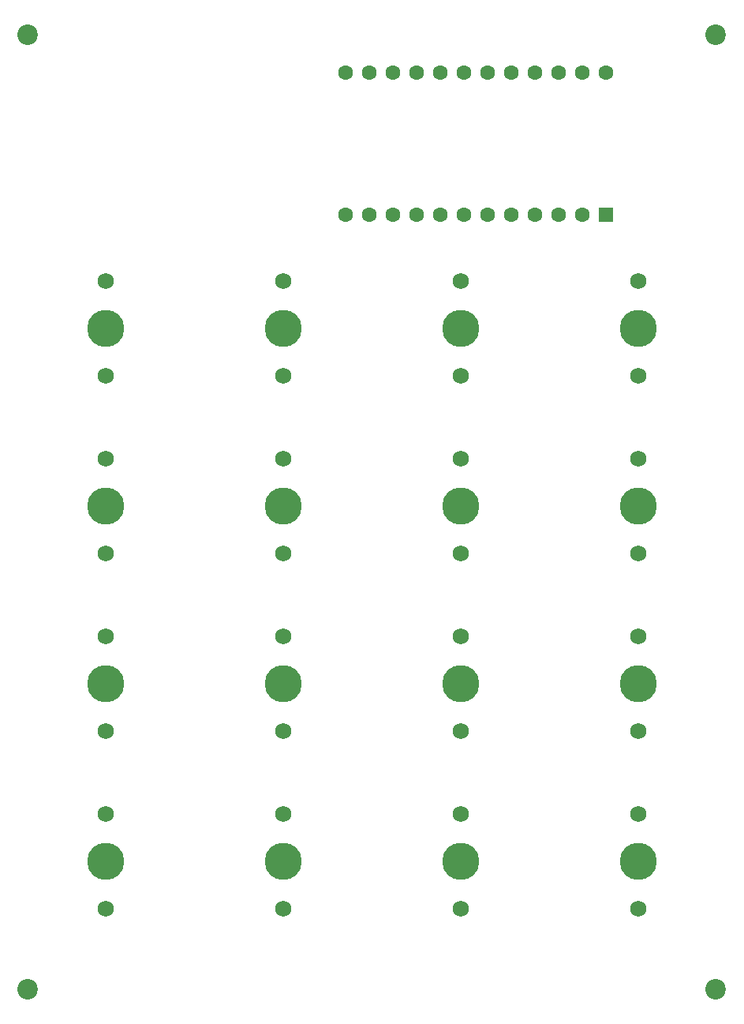
<source format=gbr>
%TF.GenerationSoftware,KiCad,Pcbnew,(5.1.10)-1*%
%TF.CreationDate,2021-05-19T15:55:05-05:00*%
%TF.ProjectId,smol-keypad,736d6f6c-2d6b-4657-9970-61642e6b6963,rev?*%
%TF.SameCoordinates,Original*%
%TF.FileFunction,Soldermask,Top*%
%TF.FilePolarity,Negative*%
%FSLAX46Y46*%
G04 Gerber Fmt 4.6, Leading zero omitted, Abs format (unit mm)*
G04 Created by KiCad (PCBNEW (5.1.10)-1) date 2021-05-19 15:55:05*
%MOMM*%
%LPD*%
G01*
G04 APERTURE LIST*
%ADD10C,2.200000*%
%ADD11C,1.600000*%
%ADD12R,1.600000X1.600000*%
%ADD13C,3.987800*%
%ADD14C,1.750000*%
G04 APERTURE END LIST*
D10*
%TO.C,H4*%
X167877984Y-132754576D03*
%TD*%
%TO.C,H3*%
X94059296Y-132754576D03*
%TD*%
%TO.C,H2*%
X167877984Y-30360912D03*
%TD*%
%TO.C,H1*%
X94059296Y-30360912D03*
%TD*%
D11*
%TO.C,U1*%
X156051250Y-34448750D03*
X153511250Y-34448750D03*
X150971250Y-34448750D03*
X148431250Y-34448750D03*
X145891250Y-34448750D03*
X143351250Y-34448750D03*
X140811250Y-34448750D03*
X138271250Y-34448750D03*
X135731250Y-34448750D03*
X133191250Y-34448750D03*
X130651250Y-34448750D03*
X128111250Y-34448750D03*
X128111250Y-49688750D03*
X130651250Y-49688750D03*
X133191250Y-49688750D03*
X135731250Y-49688750D03*
X138271250Y-49688750D03*
X140811250Y-49688750D03*
X143351250Y-49688750D03*
X145891250Y-49688750D03*
X148431250Y-49688750D03*
X150971250Y-49688750D03*
X153511250Y-49688750D03*
D12*
X156051250Y-49688750D03*
%TD*%
D13*
%TO.C,MX16*%
X102393750Y-119062500D03*
D14*
X102393750Y-113982500D03*
X102393750Y-124142500D03*
%TD*%
D13*
%TO.C,MX15*%
X102393750Y-100012500D03*
D14*
X102393750Y-94932500D03*
X102393750Y-105092500D03*
%TD*%
D13*
%TO.C,MX14*%
X102393750Y-80962500D03*
D14*
X102393750Y-75882500D03*
X102393750Y-86042500D03*
%TD*%
D13*
%TO.C,MX13*%
X102393750Y-61912500D03*
D14*
X102393750Y-56832500D03*
X102393750Y-66992500D03*
%TD*%
D13*
%TO.C,MX12*%
X121443750Y-119062500D03*
D14*
X121443750Y-113982500D03*
X121443750Y-124142500D03*
%TD*%
D13*
%TO.C,MX11*%
X121443750Y-100012500D03*
D14*
X121443750Y-94932500D03*
X121443750Y-105092500D03*
%TD*%
D13*
%TO.C,MX10*%
X121443750Y-80962500D03*
D14*
X121443750Y-75882500D03*
X121443750Y-86042500D03*
%TD*%
D13*
%TO.C,MX9*%
X121443750Y-61912500D03*
D14*
X121443750Y-56832500D03*
X121443750Y-66992500D03*
%TD*%
D13*
%TO.C,MX8*%
X140493750Y-119062500D03*
D14*
X140493750Y-113982500D03*
X140493750Y-124142500D03*
%TD*%
D13*
%TO.C,MX7*%
X140493750Y-100012500D03*
D14*
X140493750Y-94932500D03*
X140493750Y-105092500D03*
%TD*%
D13*
%TO.C,MX6*%
X140493750Y-80962500D03*
D14*
X140493750Y-75882500D03*
X140493750Y-86042500D03*
%TD*%
D13*
%TO.C,MX5*%
X140493750Y-61912500D03*
D14*
X140493750Y-56832500D03*
X140493750Y-66992500D03*
%TD*%
D13*
%TO.C,MX4*%
X159543750Y-119062500D03*
D14*
X159543750Y-113982500D03*
X159543750Y-124142500D03*
%TD*%
D13*
%TO.C,MX3*%
X159543750Y-100012500D03*
D14*
X159543750Y-94932500D03*
X159543750Y-105092500D03*
%TD*%
D13*
%TO.C,MX2*%
X159543750Y-80962500D03*
D14*
X159543750Y-75882500D03*
X159543750Y-86042500D03*
%TD*%
D13*
%TO.C,MX1*%
X159543750Y-61912500D03*
D14*
X159543750Y-56832500D03*
X159543750Y-66992500D03*
%TD*%
M02*

</source>
